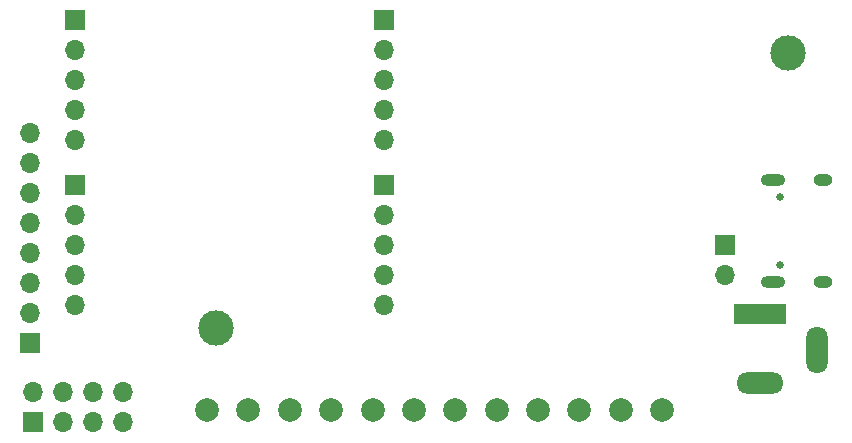
<source format=gbs>
G04 #@! TF.GenerationSoftware,KiCad,Pcbnew,(6.0.10-0)*
G04 #@! TF.CreationDate,2023-04-03T20:32:36-05:00*
G04 #@! TF.ProjectId,spudglo_driver_v4p2,73707564-676c-46f5-9f64-72697665725f,rev?*
G04 #@! TF.SameCoordinates,Original*
G04 #@! TF.FileFunction,Soldermask,Bot*
G04 #@! TF.FilePolarity,Negative*
%FSLAX46Y46*%
G04 Gerber Fmt 4.6, Leading zero omitted, Abs format (unit mm)*
G04 Created by KiCad (PCBNEW (6.0.10-0)) date 2023-04-03 20:32:36*
%MOMM*%
%LPD*%
G01*
G04 APERTURE LIST*
%ADD10C,3.000000*%
%ADD11R,1.700000X1.700000*%
%ADD12O,1.700000X1.700000*%
%ADD13C,2.000000*%
%ADD14R,4.400000X1.800000*%
%ADD15O,4.000000X1.800000*%
%ADD16O,1.800000X4.000000*%
%ADD17C,0.650000*%
%ADD18O,1.600000X1.000000*%
%ADD19O,2.100000X1.000000*%
G04 APERTURE END LIST*
D10*
X212860000Y-76070000D03*
X261270000Y-52790000D03*
D11*
X255960000Y-69100000D03*
D12*
X255960000Y-71640000D03*
D11*
X200914000Y-64008000D03*
D12*
X200914000Y-66548000D03*
X200914000Y-69088000D03*
X200914000Y-71628000D03*
X200914000Y-74168000D03*
D11*
X197160000Y-77375000D03*
D12*
X197160000Y-74835000D03*
X197160000Y-72295000D03*
X197160000Y-69755000D03*
X197160000Y-67215000D03*
X197160000Y-64675000D03*
X197160000Y-62135000D03*
X197160000Y-59595000D03*
D11*
X227076000Y-50038000D03*
D12*
X227076000Y-52578000D03*
X227076000Y-55118000D03*
X227076000Y-57658000D03*
X227076000Y-60198000D03*
D11*
X200914000Y-50038000D03*
D12*
X200914000Y-52578000D03*
X200914000Y-55118000D03*
X200914000Y-57658000D03*
X200914000Y-60198000D03*
D13*
X212130000Y-83040000D03*
X215630000Y-83040000D03*
X219130000Y-83040000D03*
X222630000Y-83040000D03*
X226130000Y-83040000D03*
X229630000Y-83040000D03*
X233130000Y-83040000D03*
X236630000Y-83040000D03*
X240130000Y-83040000D03*
X243630000Y-83040000D03*
X247130000Y-83040000D03*
X250630000Y-83040000D03*
D11*
X197400000Y-84100000D03*
D12*
X197400000Y-81560000D03*
X199940000Y-84100000D03*
X199940000Y-81560000D03*
X202480000Y-84100000D03*
X202480000Y-81560000D03*
X205020000Y-84100000D03*
X205020000Y-81560000D03*
D14*
X258930000Y-74950000D03*
D15*
X258930000Y-80750000D03*
D16*
X263730000Y-77950000D03*
D17*
X260610000Y-70760000D03*
X260610000Y-64980000D03*
D18*
X264260000Y-63550000D03*
D19*
X260080000Y-72190000D03*
X260080000Y-63550000D03*
D18*
X264260000Y-72190000D03*
D11*
X227076000Y-64008000D03*
D12*
X227076000Y-66548000D03*
X227076000Y-69088000D03*
X227076000Y-71628000D03*
X227076000Y-74168000D03*
M02*

</source>
